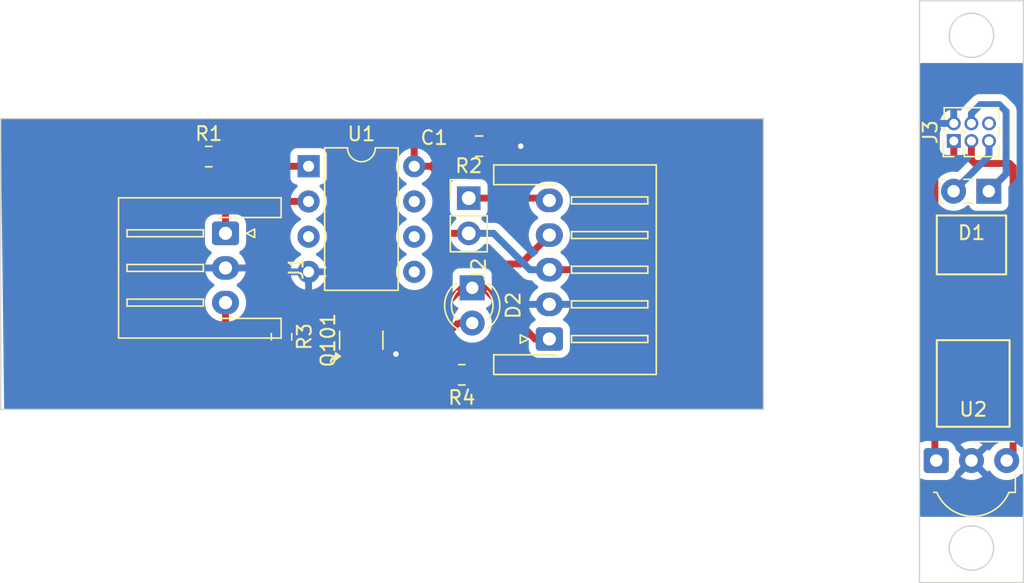
<source format=kicad_pcb>
(kicad_pcb (version 20240108) (generator "pcbnew") (generator_version "8.0")
  (layers (0 "F.Cu" signal) (31 "B.Cu" signal) (34 "B.Paste" user) (35 "F.Paste" user) (36 "B.SilkS" user "B.Silkscreen") (37 "F.SilkS" user "F.Silkscreen") (38 "B.Mask" user) (39 "F.Mask" user) (44 "Edge.Cuts" user))
  (net 0 "")
  (net 1 "VCC")
  (net 2 "GND")
  (net 3 "Lock")
  (net 4 "Emitter1-Cathode")
  (net 5 "Emitter1-Anode")
  (net 6 "Net-(D1-K)")
  (net 7 "Net-(D1-A)")
  (net 8 "Net-(Q101-B)")
  (net 9 "Net-(U1-~{RESET}{slash}PB5)")
  (net 10 "Net-(U1-PB3)")
  (net 15 "Net-(D2-A)")
  (footprint "Capacitor_SMD:C_0805_2012Metric_Pad1.18x1.45mm_HandSolder" (layer "F.Cu") (at 114.5 73)
    (property "Reference" "C1" (at -3.248 -0.61 0) (layer "F.SilkS"))
    (property "Value" "100n")
    (fp_line (start -0.261252 -0.735) (end 0.261252 -0.735) (stroke (width 0.12)) (layer "F.SilkS"))
    (fp_line (start -0.261252 0.735) (end 0.261252 0.735) (stroke (width 0.12)) (layer "F.SilkS"))
    (pad "1" smd roundrect (at -1.0375 0) (size 1.175 1.45) (layers "F.Cu" "F.Paste" "F.Mask") (roundrect_rratio 0.212766) (net 1 "VCC"))
    (pad "2" smd roundrect (at 1.0375 0) (size 1.175 1.45) (layers "F.Cu" "F.Paste" "F.Mask") (roundrect_rratio 0.212766) (net 2 "GND"))
  )
  (footprint "OptoDevice:Vishay_MOLD-3Pin" (layer "F.Cu") (at 147.46 95.685)
    (property "Reference" "U2" (at 2.665 -3.685 0) (layer "F.SilkS"))
    (property "Value" "TSOP348xx" (hide yes))
    (fp_line (start 0.04 2.3) (end -0.18 2.3) (stroke (width 0.12)) (layer "F.SilkS"))
    (fp_line (start 5.62 -1.36) (end 2.54 -1.36) (stroke (width 0.12)) (layer "F.SilkS"))
    (fp_line (start 5.7 2.3) (end 5.24 2.3) (stroke (width 0.12)) (layer "F.SilkS"))
    (fp_line (start 5.7 2.3) (end 5.7 1.1) (stroke (width 0.12)) (layer "F.SilkS"))
    (fp_arc (start 5.24 2.3) (mid 2.64 4.023119) (end 0.04 2.3) (stroke (width 0.12)) (layer "F.SilkS"))
    (pad "1" thru_hole roundrect (at 0 0) (size 1.8 1.8) (drill 0.9) (layers "*.Cu" "*.Mask") (roundrect_rratio 0.138) (net 3 "Lock"))
    (pad "2" thru_hole circle (at 2.54 0) (size 1.8 1.8) (drill 0.9) (layers "*.Cu" "*.Mask") (net 2 "GND"))
    (pad "3" thru_hole circle (at 5.08 0) (size 1.8 1.8) (drill 0.9) (layers "*.Cu" "*.Mask") (net 1 "VCC"))
  )
  (footprint "LED_THT:LED_D3.0mm" (layer "F.Cu") (at 114 83.225 -90)
    (property "Reference" "D2" (at 1.27 -2.96 90) (layer "F.SilkS"))
    (property "Value" "LED")
    (fp_line (start -0.29 1.08) (end -0.29 1.236) (stroke (width 0.12)) (layer "F.SilkS"))
    (fp_line (start -0.29 -1.236) (end -0.29 -1.08) (stroke (width 0.12)) (layer "F.SilkS"))
    (fp_arc (start 2.31113 1.079837) (mid 1.270117 1.5) (end 0.229039 1.08) (stroke (width 0.12)) (layer "F.SilkS"))
    (fp_arc (start 2.942335 1.078608) (mid 1.366487 1.987659) (end -0.29 1.235516) (stroke (width 0.12)) (layer "F.SilkS"))
    (fp_arc (start 0.229039 -1.08) (mid 1.270117 -1.5) (end 2.31113 -1.079837) (stroke (width 0.12)) (layer "F.SilkS"))
    (fp_arc (start -0.29 -1.235516) (mid 1.366487 -1.987659) (end 2.942335 -1.078608) (stroke (width 0.12)) (layer "F.SilkS"))
    (pad "1" thru_hole rect (at 0 0 270) (size 1.8 1.8) (drill 0.9) (layers "*.Cu" "*.Mask") (net 3 "Lock"))
    (pad "2" thru_hole circle (at 2.54 0 270) (size 1.8 1.8) (drill 0.9) (layers "*.Cu" "*.Mask") (net 15 "Net-(D2-A)"))
  )
  (footprint "Package_TO_SOT_SMD:SOT-23" (layer "F.Cu") (at 106 87 90)
    (property "Reference" "Q101" (at 0 -2.4 90) (layer "F.SilkS"))
    (property "Value" "BC847")
    (fp_line (start 0 -1.56) (end 0.65 -1.56) (stroke (width 0.12)) (layer "F.SilkS"))
    (fp_line (start 0 -1.56) (end -0.65 -1.56) (stroke (width 0.12)) (layer "F.SilkS"))
    (fp_line (start 0 1.56) (end 0.65 1.56) (stroke (width 0.12)) (layer "F.SilkS"))
    (fp_line (start 0 1.56) (end -0.65 1.56) (stroke (width 0.12)) (layer "F.SilkS"))
    (fp_poly (pts (xy -1.1625 -1.51) (xy -1.4025 -1.84) (xy -0.9225 -1.84) (xy -1.1625 -1.51)) (stroke (width 0.12)) (fill solid) (layer "F.SilkS"))
    (pad "1" smd roundrect (at -0.9375 -0.95 90) (size 1.475 0.6) (layers "F.Cu" "F.Paste" "F.Mask") (net 8 "Net-(Q101-B)"))
    (pad "2" smd roundrect (at -0.9375 0.95 90) (size 1.475 0.6) (layers "F.Cu" "F.Paste" "F.Mask") (net 2 "GND"))
    (pad "3" smd roundrect (at 0.9375 0 90) (size 1.475 0.6) (layers "F.Cu" "F.Paste" "F.Mask") (net 4 "Emitter1-Cathode"))
  )
  (footprint "Connector_JST:JST_XH_S5B-XH-A-1_1x05_P2.50mm_Horizontal" (layer "F.Cu") (at 119.562 86.915 90)
    (property "Reference" "J2" (at 5 -5.1 90) (layer "F.SilkS"))
    (property "Value" "Conn_01x05_Male" (hide yes))
    (fp_line (start 12.56 -4.01) (end 11.14 -4.01) (stroke (width 0.12)) (layer "F.SilkS"))
    (fp_line (start 11.14 -4.01) (end 11.14 0.49) (stroke (width 0.12)) (layer "F.SilkS"))
    (fp_line (start -1.14 -4.01) (end -1.14 0.49) (stroke (width 0.12)) (layer "F.SilkS"))
    (fp_line (start -2.56 -4.01) (end -1.14 -4.01) (stroke (width 0.12)) (layer "F.SilkS"))
    (fp_line (start 0.3 -2.1) (end 0 -1.5) (stroke (width 0.12)) (layer "F.SilkS"))
    (fp_line (start -0.3 -2.1) (end 0.3 -2.1) (stroke (width 0.12)) (layer "F.SilkS"))
    (fp_line (start 0 -1.5) (end -0.3 -2.1) (stroke (width 0.12)) (layer "F.SilkS"))
    (fp_line (start 10.25 1.6) (end 9.75 1.6) (stroke (width 0.12)) (layer "F.SilkS"))
    (fp_line (start 9.75 1.6) (end 9.75 7.1) (stroke (width 0.12)) (layer "F.SilkS"))
    (fp_line (start 7.75 1.6) (end 7.25 1.6) (stroke (width 0.12)) (layer "F.SilkS"))
    (fp_line (start 7.25 1.6) (end 7.25 7.1) (stroke (width 0.12)) (layer "F.SilkS"))
    (fp_line (start 5.25 1.6) (end 4.75 1.6) (stroke (width 0.12)) (layer "F.SilkS"))
    (fp_line (start 4.75 1.6) (end 4.75 7.1) (stroke (width 0.12)) (layer "F.SilkS"))
    (fp_line (start 2.75 1.6) (end 2.25 1.6) (stroke (width 0.12)) (layer "F.SilkS"))
    (fp_line (start 2.25 1.6) (end 2.25 7.1) (stroke (width 0.12)) (layer "F.SilkS"))
    (fp_line (start 0.25 1.6) (end -0.25 1.6) (stroke (width 0.12)) (layer "F.SilkS"))
    (fp_line (start -0.25 1.6) (end -0.25 7.1) (stroke (width 0.12)) (layer "F.SilkS"))
    (fp_line (start 10.25 7.1) (end 10.25 1.6) (stroke (width 0.12)) (layer "F.SilkS"))
    (fp_line (start 9.75 7.1) (end 10.25 7.1) (stroke (width 0.12)) (layer "F.SilkS"))
    (fp_line (start 7.75 7.1) (end 7.75 1.6) (stroke (width 0.12)) (layer "F.SilkS"))
    (fp_line (start 7.25 7.1) (end 7.75 7.1) (stroke (width 0.12)) (layer "F.SilkS"))
    (fp_line (start 5.25 7.1) (end 5.25 1.6) (stroke (width 0.12)) (layer "F.SilkS"))
    (fp_line (start 4.75 7.1) (end 5.25 7.1) (stroke (width 0.12)) (layer "F.SilkS"))
    (fp_line (start 2.75 7.1) (end 2.75 1.6) (stroke (width 0.12)) (layer "F.SilkS"))
    (fp_line (start 2.25 7.1) (end 2.75 7.1) (stroke (width 0.12)) (layer "F.SilkS"))
    (fp_line (start 0.25 7.1) (end 0.25 1.6) (stroke (width 0.12)) (layer "F.SilkS"))
    (fp_line (start -0.25 7.1) (end 0.25 7.1) (stroke (width 0.12)) (layer "F.SilkS"))
    (fp_line (start 12.56 7.71) (end 12.56 -4.01) (stroke (width 0.12)) (layer "F.SilkS"))
    (fp_line (start 5 7.71) (end 12.56 7.71) (stroke (width 0.12)) (layer "F.SilkS"))
    (fp_line (start 5 7.71) (end -2.56 7.71) (stroke (width 0.12)) (layer "F.SilkS"))
    (fp_line (start -2.56 7.71) (end -2.56 -4.01) (stroke (width 0.12)) (layer "F.SilkS"))
    (pad "1" thru_hole roundrect (at 0 0 90) (size 1.7 1.95) (drill 0.95) (layers "*.Cu" "*.Mask") (roundrect_rratio 0.147059) (net 3 "Lock"))
    (pad "2" thru_hole oval (at 2.5 0 90) (size 1.7 1.95) (drill 0.95) (layers "*.Cu" "*.Mask") (net 2 "GND"))
    (pad "3" thru_hole oval (at 5 0 90) (size 1.7 1.95) (drill 0.95) (layers "*.Cu" "*.Mask") (net 1 "VCC"))
    (pad "4" thru_hole oval (at 7.5 0 90) (size 1.7 1.95) (drill 0.95) (layers "*.Cu" "*.Mask") (net 4 "Emitter1-Cathode"))
    (pad "5" thru_hole oval (at 10 0 90) (size 1.7 1.95) (drill 0.95) (layers "*.Cu" "*.Mask") (net 5 "Emitter1-Anode"))
  )
  (footprint "Resistor_SMD:R_0805_2012Metric_Pad1.20x1.40mm_HandSolder" (layer "F.Cu") (at 100.25 86.75 -90)
    (property "Reference" "R3" (at 0 -1.65 90) (layer "F.SilkS"))
    (property "Value" "1k")
    (fp_line (start -0.227064 0.735) (end 0.227064 0.735) (stroke (width 0.12)) (layer "F.SilkS"))
    (fp_line (start -0.227064 -0.735) (end 0.227064 -0.735) (stroke (width 0.12)) (layer "F.SilkS"))
    (pad "1" smd roundrect (at -1 0 270) (size 1.2 1.4) (layers "F.Cu" "F.Paste" "F.Mask") (roundrect_rratio 0.208333) (net 10 "Net-(U1-PB3)"))
    (pad "2" smd roundrect (at 1 0 270) (size 1.2 1.4) (layers "F.Cu" "F.Paste" "F.Mask") (roundrect_rratio 0.208333) (net 8 "Net-(Q101-B)"))
  )
  (footprint "Connector_PinHeader_1.27mm:PinHeader_2x03_P1.27mm_Vertical" (layer "F.Cu") (at 148.725 72.625 90)
    (property "Reference" "J3" (at 0.635 -1.695 90) (layer "F.SilkS"))
    (property "Value" "Conn_01x05_Male" (hide yes))
    (fp_line (start -1.13 -0.76) (end 0 -0.76) (stroke (width 0.12)) (layer "F.SilkS"))
    (fp_line (start 2.4 -0.695) (end 2.4 3.235) (stroke (width 0.12)) (layer "F.SilkS"))
    (fp_line (start 1.57753 -0.695) (end 2.4 -0.695) (stroke (width 0.12)) (layer "F.SilkS"))
    (fp_line (start 0.76 -0.695) (end 0.96247 -0.695) (stroke (width 0.12)) (layer "F.SilkS"))
    (fp_line (start 0.76 -0.563471) (end 0.76 -0.695) (stroke (width 0.12)) (layer "F.SilkS"))
    (fp_line (start -1.13 0) (end -1.13 -0.76) (stroke (width 0.12)) (layer "F.SilkS"))
    (fp_line (start 0.76 0.706529) (end 0.76 0.563471) (stroke (width 0.12)) (layer "F.SilkS"))
    (fp_line (start 0.563471 0.76) (end 0.706529 0.76) (stroke (width 0.12)) (layer "F.SilkS"))
    (fp_line (start -1.13 0.76) (end -0.563471 0.76) (stroke (width 0.12)) (layer "F.SilkS"))
    (fp_line (start -1.13 0.76) (end -1.13 3.235) (stroke (width 0.12)) (layer "F.SilkS"))
    (fp_line (start 1.57753 3.235) (end 2.4 3.235) (stroke (width 0.12)) (layer "F.SilkS"))
    (fp_line (start 0.30753 3.235) (end 0.96247 3.235) (stroke (width 0.12)) (layer "F.SilkS"))
    (fp_line (start -1.13 3.235) (end -0.30753 3.235) (stroke (width 0.12)) (layer "F.SilkS"))
    (pad "1" thru_hole rect (at 0 0 90) (size 1 1) (drill 0.65) (layers "*.Cu" "*.Mask") (net 3 "Lock"))
    (pad "2" thru_hole oval (at 1.27 0 90) (size 1 1) (drill 0.65) (layers "*.Cu" "*.Mask") (net 2 "GND"))
    (pad "3" thru_hole oval (at 0 1.27 90) (size 1 1) (drill 0.65) (layers "*.Cu" "*.Mask") (net 1 "VCC"))
    (pad "4" thru_hole oval (at 1.27 1.27 90) (size 1 1) (drill 0.65) (layers "*.Cu" "*.Mask") (net 6 "Net-(D1-K)"))
    (pad "5" thru_hole oval (at 0 2.54 90) (size 1 1) (drill 0.65) (layers "*.Cu" "*.Mask") (net 7 "Net-(D1-A)"))
    (pad "6" thru_hole oval (at 1.27 2.54 90) (size 1 1) (drill 0.65) (layers "*.Cu" "*.Mask"))
  )
  (footprint "Resistor_SMD:R_0805_2012Metric" (layer "F.Cu") (at 113.25 89.5 180)
    (property "Reference" "R4" (at 0 -1.65 0) (layer "F.SilkS"))
    (property "Value" "220")
    (fp_line (start -0.227064 0.735) (end 0.227064 0.735) (stroke (width 0.12)) (layer "F.SilkS"))
    (fp_line (start -0.227064 -0.735) (end 0.227064 -0.735) (stroke (width 0.12)) (layer "F.SilkS"))
    (pad "1" smd roundrect (at -0.9125 0 180) (size 1.025 1.4) (layers "F.Cu" "F.Paste" "F.Mask") (roundrect_rratio 0.243902) (net 1 "VCC"))
    (pad "2" smd roundrect (at 0.9125 0 180) (size 1.025 1.4) (layers "F.Cu" "F.Paste" "F.Mask") (roundrect_rratio 0.243902) (net 15 "Net-(D2-A)"))
  )
  (footprint "Resistor_SMD:R_0805_2012Metric_Pad1.20x1.40mm_HandSolder" (layer "F.Cu") (at 95 73.75)
    (property "Reference" "R1" (at 0 -1.65 0) (layer "F.SilkS"))
    (property "Value" "10k")
    (fp_line (start -0.227064 -0.735) (end 0.227064 -0.735) (stroke (width 0.12)) (layer "F.SilkS"))
    (fp_line (start -0.227064 0.735) (end 0.227064 0.735) (stroke (width 0.12)) (layer "F.SilkS"))
    (pad "1" smd roundrect (at -1 0) (size 1.2 1.4) (layers "F.Cu" "F.Paste" "F.Mask") (roundrect_rratio 0.208333) (net 1 "VCC"))
    (pad "2" smd roundrect (at 1 0) (size 1.2 1.4) (layers "F.Cu" "F.Paste" "F.Mask") (roundrect_rratio 0.208333) (net 9 "Net-(U1-~{RESET}{slash}PB5)"))
  )
  (footprint "LED_THT:LED_SideEmitter_Rectangular_W4.5mm_H1.6mm" (layer "F.Cu") (at 151.25 76.25 180)
    (property "Reference" "D1" (at 1.25 -3 0) (layer "F.SilkS"))
    (property "Value" "IRL81A" (hide yes))
    (fp_line (start 3.58 0.555) (end 3.58 0.861) (stroke (width 0.12)) (layer "F.SilkS"))
    (fp_line (start 3.58 -0.861) (end 3.58 -0.555) (stroke (width 0.12)) (layer "F.SilkS"))
    (fp_line (start 3.27 0.861) (end 3.58 0.861) (stroke (width 0.12)) (layer "F.SilkS"))
    (fp_line (start 3.27 -0.861) (end 3.58 -0.861) (stroke (width 0.12)) (layer "F.SilkS"))
    (fp_line (start 1.08 0.861) (end 1.811 0.861) (stroke (width 0.12)) (layer "F.SilkS"))
    (fp_line (start 1.08 -0.861) (end 1.811 -0.861) (stroke (width 0.12)) (layer "F.SilkS"))
    (pad "1" thru_hole rect (at 0 0 180) (size 1.8 1.8) (drill 0.9) (layers "*.Cu" "*.Mask") (net 6 "Net-(D1-K)"))
    (pad "2" thru_hole circle (at 2.54 0 180) (size 1.8 1.8) (drill 0.9) (layers "*.Cu" "*.Mask") (net 7 "Net-(D1-A)"))
  )
  (footprint "Connector_JST:JST_XH_S3B-XH-A-1_1x03_P2.50mm_Horizontal" (layer "F.Cu") (at 96.211 79.288 -90)
    (property "Reference" "J1" (at 2.5 -5.1 90) (layer "F.SilkS"))
    (property "Value" "Conn_01x03_Male" (hide yes))
    (fp_line (start -2.56 7.71) (end -2.56 -4.01) (stroke (width 0.12)) (layer "F.SilkS"))
    (fp_line (start 2.5 7.71) (end -2.56 7.71) (stroke (width 0.12)) (layer "F.SilkS"))
    (fp_line (start 2.5 7.71) (end 7.56 7.71) (stroke (width 0.12)) (layer "F.SilkS"))
    (fp_line (start 7.56 7.71) (end 7.56 -4.01) (stroke (width 0.12)) (layer "F.SilkS"))
    (fp_line (start -0.25 7.1) (end 0.25 7.1) (stroke (width 0.12)) (layer "F.SilkS"))
    (fp_line (start 0.25 7.1) (end 0.25 1.6) (stroke (width 0.12)) (layer "F.SilkS"))
    (fp_line (start 2.25 7.1) (end 2.75 7.1) (stroke (width 0.12)) (layer "F.SilkS"))
    (fp_line (start 2.75 7.1) (end 2.75 1.6) (stroke (width 0.12)) (layer "F.SilkS"))
    (fp_line (start 4.75 7.1) (end 5.25 7.1) (stroke (width 0.12)) (layer "F.SilkS"))
    (fp_line (start 5.25 7.1) (end 5.25 1.6) (stroke (width 0.12)) (layer "F.SilkS"))
    (fp_line (start -0.25 1.6) (end -0.25 7.1) (stroke (width 0.12)) (layer "F.SilkS"))
    (fp_line (start 0.25 1.6) (end -0.25 1.6) (stroke (width 0.12)) (layer "F.SilkS"))
    (fp_line (start 2.25 1.6) (end 2.25 7.1) (stroke (width 0.12)) (layer "F.SilkS"))
    (fp_line (start 2.75 1.6) (end 2.25 1.6) (stroke (width 0.12)) (layer "F.SilkS"))
    (fp_line (start 4.75 1.6) (end 4.75 7.1) (stroke (width 0.12)) (layer "F.SilkS"))
    (fp_line (start 5.25 1.6) (end 4.75 1.6) (stroke (width 0.12)) (layer "F.SilkS"))
    (fp_line (start 0 -1.5) (end -0.3 -2.1) (stroke (width 0.12)) (layer "F.SilkS"))
    (fp_line (start -0.3 -2.1) (end 0.3 -2.1) (stroke (width 0.12)) (layer "F.SilkS"))
    (fp_line (start 0.3 -2.1) (end 0 -1.5) (stroke (width 0.12)) (layer "F.SilkS"))
    (fp_line (start -2.56 -4.01) (end -1.14 -4.01) (stroke (width 0.12)) (layer "F.SilkS"))
    (fp_line (start -1.14 -4.01) (end -1.14 0.49) (stroke (width 0.12)) (layer "F.SilkS"))
    (fp_line (start 6.14 -4.01) (end 6.14 0.49) (stroke (width 0.12)) (layer "F.SilkS"))
    (fp_line (start 7.56 -4.01) (end 6.14 -4.01) (stroke (width 0.12)) (layer "F.SilkS"))
    (pad "1" thru_hole roundrect (at 0 0 270) (size 1.7 1.95) (drill 0.95) (layers "*.Cu" "*.Mask") (roundrect_rratio 0.147059) (net 1 "VCC"))
    (pad "2" thru_hole oval (at 2.5 0 270) (size 1.7 1.95) (drill 0.95) (layers "*.Cu" "*.Mask") (net 2 "GND"))
    (pad "3" thru_hole oval (at 5 0 270) (size 1.7 1.95) (drill 0.95) (layers "*.Cu" "*.Mask") (net 3 "Lock"))
  )
  (footprint "Connector_PinHeader_2.54mm:PinHeader_1x02_P2.54mm_Vertical" (layer "F.Cu") (at 113.75 76.75)
    (property "Reference" "R2" (at 0 -2.33 0) (layer "F.SilkS"))
    (property "Value" "R")
    (fp_line (start -1.33 -1.33) (end 0 -1.33) (stroke (width 0.12)) (layer "F.SilkS"))
    (fp_line (start -1.33 0) (end -1.33 -1.33) (stroke (width 0.12)) (layer "F.SilkS"))
    (fp_line (start -1.33 1.27) (end -1.33 3.87) (stroke (width 0.12)) (layer "F.SilkS"))
    (fp_line (start -1.33 1.27) (end 1.33 1.27) (stroke (width 0.12)) (layer "F.SilkS"))
    (fp_line (start -1.33 3.87) (end 1.33 3.87) (stroke (width 0.12)) (layer "F.SilkS"))
    (fp_line (start 1.33 1.27) (end 1.33 3.87) (stroke (width 0.12)) (layer "F.SilkS"))
    (pad "1" thru_hole rect (at 0 0) (size 1.7 1.7) (drill 1) (layers "*.Cu" "*.Mask") (net 5 "Emitter1-Anode"))
    (pad "2" thru_hole oval (at 0 2.54) (size 1.7 1.7) (drill 1) (layers "*.Cu" "*.Mask") (net 1 "VCC"))
  )
  (footprint "Package_DIP:DIP-8_W7.62mm" (layer "F.Cu") (at 102.2 74.45)
    (property "Reference" "U1" (at 3.81 -2.33 0) (layer "F.SilkS"))
    (property "Value" "ATtiny13A-P")
    (fp_line (start 1.16 -1.33) (end 1.16 8.95) (stroke (width 0.12)) (layer "F.SilkS"))
    (fp_line (start 1.16 8.95) (end 6.46 8.95) (stroke (width 0.12)) (layer "F.SilkS"))
    (fp_line (start 2.81 -1.33) (end 1.16 -1.33) (stroke (width 0.12)) (layer "F.SilkS"))
    (fp_line (start 6.46 -1.33) (end 4.81 -1.33) (stroke (width 0.12)) (layer "F.SilkS"))
    (fp_line (start 6.46 8.95) (end 6.46 -1.33) (stroke (width 0.12)) (layer "F.SilkS"))
    (fp_arc (start 4.81 -1.33) (mid 3.81 -0.33) (end 2.81 -1.33) (stroke (width 0.12)) (layer "F.SilkS"))
    (pad "1" thru_hole rect (at 0 0) (size 1.6 1.6) (drill 0.8) (layers "*.Cu" "*.Mask") (net 9 "Net-(U1-~{RESET}{slash}PB5)"))
    (pad "2" thru_hole oval (at 0 2.54) (size 1.6 1.6) (drill 0.8) (layers "*.Cu" "*.Mask") (net 10 "Net-(U1-PB3)"))
    (pad "3" thru_hole oval (at 0 5.08) (size 1.6 1.6) (drill 0.8) (layers "*.Cu" "*.Mask"))
    (pad "4" thru_hole oval (at 0 7.62) (size 1.6 1.6) (drill 0.8) (layers "*.Cu" "*.Mask") (net 2 "GND"))
    (pad "5" thru_hole oval (at 7.62 7.62) (size 1.6 1.6) (drill 0.8) (layers "*.Cu" "*.Mask"))
    (pad "6" thru_hole oval (at 7.62 5.08) (size 1.6 1.6) (drill 0.8) (layers "*.Cu" "*.Mask"))
    (pad "7" thru_hole oval (at 7.62 2.54) (size 1.6 1.6) (drill 0.8) (layers "*.Cu" "*.Mask"))
    (pad "8" thru_hole oval (at 7.62 0) (size 1.6 1.6) (drill 0.8) (layers "*.Cu" "*.Mask") (net 1 "VCC"))
  )
  (gr_rect (start 147.5 87) (end 152.75 93.25) (stroke (width 0.15)) (fill none) (layer "F.SilkS"))
  (gr_rect (start 147.5 78) (end 152.5 82.25) (stroke (width 0.15)) (fill none) (layer "F.SilkS"))
  (gr_line (start 153.75 62.5) (end 153.75 104.5) (stroke (width 0.1)) (layer "Edge.Cuts"))
  (gr_line (start 80 92) (end 80 71) (stroke (width 0.1)) (layer "Edge.Cuts"))
  (gr_line (start 80 71) (end 135 71) (stroke (width 0.1)) (layer "Edge.Cuts"))
  (gr_line (start 135 71) (end 135 92) (stroke (width 0.1)) (layer "Edge.Cuts"))
  (gr_line (start 146.25 62.5) (end 153.75 62.5) (stroke (width 0.1)) (layer "Edge.Cuts"))
  (gr_circle (center 150 65) (end 151.6 65) (stroke (width 0.1)) (fill none) (layer "Edge.Cuts"))
  (gr_line (start 153.75 104.5) (end 146.25 104.5) (stroke (width 0.1)) (layer "Edge.Cuts"))
  (gr_line (start 135 92) (end 80 92) (stroke (width 0.1)) (layer "Edge.Cuts"))
  (gr_circle (center 150 102) (end 151.6 102) (stroke (width 0.1)) (fill none) (layer "Edge.Cuts"))
  (gr_line (start 146.25 104.5) (end 146.25 62.5) (stroke (width 0.1)) (layer "Edge.Cuts"))
  (segment (start 94 74.95) (end 94 73.75) (width 0.5) (layer "F.Cu") (net 1))
  (segment (start 111.75 78.75) (end 111.75 75.15) (width 0.5) (layer "F.Cu") (net 1))
  (segment (start 112.5 73) (end 113.4625 73) (width 0.5) (layer "F.Cu") (net 1))
  (segment (start 109.82 74.45) (end 111.05 74.45) (width 0.5) (layer "F.Cu") (net 1))
  (segment (start 109.82 72.82) (end 109.25 72.25) (width 0.5) (layer "F.Cu") (net 1))
  (segment (start 123.5 89.5) (end 124.25 88.75) (width 0.5) (layer "F.Cu") (net 1))
  (segment (start 152.54 95.685) (end 153 95.225) (width 0.5) (layer "F.Cu") (net 1))
  (segment (start 124.25 88.75) (end 124.25 82.5) (width 0.5) (layer "F.Cu") (net 1))
  (segment (start 153 74.5) (end 152.75 74.25) (width 0.5) (layer "F.Cu") (net 1))
  (segment (start 94 72.75) (end 94 73.75) (width 0.5) (layer "F.Cu") (net 1))
  (segment (start 150.25 74.25) (end 149.995 73.995) (width 0.5) (layer "F.Cu") (net 1))
  (segment (start 113.75 79.29) (end 112.29 79.29) (width 0.5) (layer "F.Cu") (net 1))
  (segment (start 152.75 74.25) (end 150.25 74.25) (width 0.5) (layer "F.Cu") (net 1))
  (segment (start 96.211 79.288) (end 96.211 77.161) (width 0.5) (layer "F.Cu") (net 1))
  (segment (start 124.25 82.5) (end 123.665 81.915) (width 0.5) (layer "F.Cu") (net 1))
  (segment (start 111.05 74.45) (end 112.5 73) (width 0.5) (layer "F.Cu") (net 1))
  (segment (start 109.25 72.25) (end 94.5 72.25) (width 0.5) (layer "F.Cu") (net 1))
  (segment (start 123.665 81.915) (end 119.562 81.915) (width 0.5) (layer "F.Cu") (net 1))
  (segment (start 111.75 75.15) (end 111.05 74.45) (width 0.5) (layer "F.Cu") (net 1))
  (segment (start 109.82 74.45) (end 109.82 72.82) (width 0.5) (layer "F.Cu") (net 1))
  (segment (start 149.995 73.995) (end 149.995 72.625) (width 0.5) (layer "F.Cu") (net 1))
  (segment (start 94.5 72.25) (end 94 72.75) (width 0.5) (layer "F.Cu") (net 1))
  (segment (start 153 95.225) (end 153 74.5) (width 0.5) (layer "F.Cu") (net 1))
  (segment (start 96.211 77.161) (end 94 74.95) (width 0.5) (layer "F.Cu") (net 1))
  (segment (start 112.29 79.29) (end 111.75 78.75) (width 0.5) (layer "F.Cu") (net 1))
  (segment (start 114.1625 89.5) (end 123.5 89.5) (width 0.5) (layer "F.Cu") (net 1))
  (segment (start 118.165 81.915) (end 119.562 81.915) (width 0.5) (layer "B.Cu") (net 1))
  (segment (start 113.75 79.29) (end 115.54 79.29) (width 0.5) (layer "B.Cu") (net 1))
  (segment (start 115.54 79.29) (end 118.165 81.915) (width 0.5) (layer "B.Cu") (net 1))
  (segment (start 108.4375 87.9375) (end 108.5 88) (width 0.5) (layer "F.Cu") (net 2))
  (segment (start 106.95 87.9375) (end 108.4375 87.9375) (width 0.5) (layer "F.Cu") (net 2))
  (segment (start 115.5375 73) (end 117.5 73) (width 0.5) (layer "F.Cu") (net 2))
  (via (at 108.5 88) (size 0.8) (drill 0.4) (layers "F.Cu" "B.Cu") (net 2))
  (via (at 117.5 73) (size 0.8) (drill 0.4) (layers "F.Cu" "B.Cu") (net 2))
  (segment (start 148.725 73.775) (end 148.725 72.625) (width 0.5) (layer "F.Cu") (net 3))
  (segment (start 147.46 95.685) (end 147.36 95.585) (width 0.5) (layer "F.Cu") (net 3))
  (segment (start 98.632 90.25) (end 96.211 87.829) (width 0.5) (layer "F.Cu") (net 3))
  (segment (start 114.848 83.225) (end 118.538 86.915) (width 0.5) (layer "F.Cu") (net 3))
  (segment (start 110.25 86.25) (end 110.25 89.25) (width 0.5) (layer "F.Cu") (net 3))
  (segment (start 147.75 74.25) (end 148.25 74.25) (width 0.5) (layer "F.Cu") (net 3))
  (segment (start 114 83.225) (end 113.275 83.225) (width 0.5) (layer "F.Cu") (net 3))
  (segment (start 113.275 83.225) (end 110.25 86.25) (width 0.5) (layer "F.Cu") (net 3))
  (segment (start 118.538 86.915) (end 119.562 86.915) (width 0.5) (layer "F.Cu") (net 3))
  (segment (start 110.25 89.25) (end 109.25 90.25) (width 0.5) (layer "F.Cu") (net 3))
  (segment (start 109.25 90.25) (end 98.632 90.25) (width 0.5) (layer "F.Cu") (net 3))
  (segment (start 148.25 74.25) (end 148.725 73.775) (width 0.5) (layer "F.Cu") (net 3))
  (segment (start 96.211 87.829) (end 96.211 84.288) (width 0.5) (layer "F.Cu") (net 3))
  (segment (start 147.36 95.585) (end 147.36 74.64) (width 0.5) (layer "F.Cu") (net 3))
  (segment (start 147.36 74.64) (end 147.75 74.25) (width 0.5) (layer "F.Cu") (net 3))
  (segment (start 114 83.225) (end 114.848 83.225) (width 0.5) (layer "F.Cu") (net 3))
  (segment (start 109.75 84.75) (end 111.5 83) (width 0.5) (layer "F.Cu") (net 4))
  (segment (start 112.25 81.5) (end 117.5 81.5) (width 0.5) (layer "F.Cu") (net 4))
  (segment (start 111.5 82.25) (end 112.25 81.5) (width 0.5) (layer "F.Cu") (net 4))
  (segment (start 111.5 83) (end 111.5 82.25) (width 0.5) (layer "F.Cu") (net 4))
  (segment (start 117.5 81.5) (end 119.5 79.5) (width 0.5) (layer "F.Cu") (net 4))
  (segment (start 107.3125 84.75) (end 109.75 84.75) (width 0.5) (layer "F.Cu") (net 4))
  (segment (start 106 86.0625) (end 107.3125 84.75) (width 0.5) (layer "F.Cu") (net 4))
  (segment (start 119.397 76.75) (end 119.562 76.915) (width 0.5) (layer "F.Cu") (net 5))
  (segment (start 113.75 76.75) (end 119.397 76.75) (width 0.5) (layer "F.Cu") (net 5))
  (segment (start 152 70) (end 150.642894 70) (width 0.5) (layer "B.Cu") (net 6))
  (segment (start 152.5 70.5) (end 152 70) (width 0.5) (layer "B.Cu") (net 6))
  (segment (start 152.5 75) (end 152.5 70.5) (width 0.5) (layer "B.Cu") (net 6))
  (segment (start 151.25 76.25) (end 152.5 75) (width 0.5) (layer "B.Cu") (net 6))
  (segment (start 150.642894 70) (end 149.995 70.647894) (width 0.5) (layer "B.Cu") (net 6))
  (segment (start 149.995 70.647894) (end 149.995 71.355) (width 0.5) (layer "B.Cu") (net 6))
  (segment (start 151.265 73.695) (end 151.265 72.625) (width 0.5) (layer "B.Cu") (net 7))
  (segment (start 148.71 76.25) (end 151.265 73.695) (width 0.5) (layer "B.Cu") (net 7))
  (segment (start 100.25 87.75) (end 102.25 87.75) (width 0.5) (layer "F.Cu") (net 8))
  (segment (start 102.25 87.75) (end 102.4375 87.9375) (width 0.5) (layer "F.Cu") (net 8))
  (segment (start 102.4375 87.9375) (end 105.05 87.9375) (width 0.5) (layer "F.Cu") (net 8))
  (segment (start 96 73.75) (end 99.25 73.75) (width 0.5) (layer "F.Cu") (net 9))
  (segment (start 99.95 74.45) (end 102.2 74.45) (width 0.5) (layer "F.Cu") (net 9))
  (segment (start 99.25 73.75) (end 99.95 74.45) (width 0.5) (layer "F.Cu") (net 9))
  (segment (start 100.76 76.99) (end 102.2 76.99) (width 0.5) (layer "F.Cu") (net 10))
  (segment (start 100.25 85.75) (end 100.25 77.5) (width 0.5) (layer "F.Cu") (net 10))
  (segment (start 100.25 77.5) (end 100.76 76.99) (width 0.5) (layer "F.Cu") (net 10))
  (segment (start 112.3375 86.4125) (end 112.3375 89.5) (width 0.5) (layer "F.Cu") (net 15))
  (segment (start 112.985 85.765) (end 112.3375 86.4125) (width 0.5) (layer "F.Cu") (net 15))
  (segment (start 114 85.765) (end 112.985 85.765) (width 0.5) (layer "F.Cu") (net 15))
  (zone (net 2) (net_name "GND") (layer "B.Cu") (connect_pads (clearance 0.508)) (min_thickness 0.25) (fill yes (thermal_gap 0.5) (thermal_bridge_width 0.5))
    (polygon (pts (xy 146.25 67) (xy 146.25 99.75) (xy 153.75 99.75) (xy 153.75 67)))
  )
  (zone (net 2) (net_name "GND") (layer "B.Cu") (priority 1) (connect_pads (clearance 0.508)) (min_thickness 0.25) (fill yes (thermal_gap 0.5) (thermal_bridge_width 0.5))
    (polygon (pts (xy 80 71) (xy 80.25 92) (xy 135 92) (xy 135 71)))
  )
)
</source>
